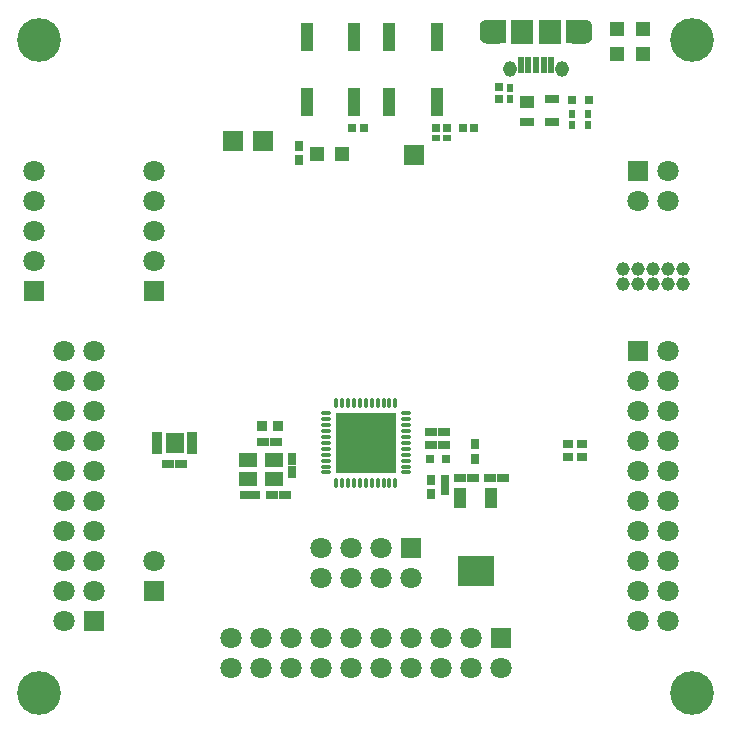
<source format=gts>
G04 Layer_Color=8388736*
%FSLAX43Y43*%
%MOMM*%
G71*
G01*
G75*
%ADD54C,1.800*%
%ADD84R,1.800X0.700*%
%ADD85R,0.850X1.950*%
%ADD86R,0.700X1.800*%
%ADD87R,1.000X0.700*%
%ADD88R,0.700X1.000*%
%ADD89R,1.100X2.350*%
%ADD90R,0.750X0.600*%
%ADD91R,1.550X1.750*%
%ADD92R,0.850X0.450*%
%ADD93R,0.500X1.450*%
%ADD94R,1.100X1.700*%
%ADD95R,3.100X2.600*%
%ADD96O,0.400X0.800*%
%ADD97O,0.800X0.400*%
%ADD98R,5.200X5.200*%
%ADD99R,1.300X1.300*%
%ADD100R,1.200X1.100*%
%ADD101R,1.200X0.700*%
%ADD102R,0.800X0.800*%
%ADD103R,0.650X0.700*%
%ADD104R,0.750X0.900*%
%ADD105R,0.600X0.750*%
%ADD106R,0.862X0.862*%
%ADD107R,0.900X0.750*%
%ADD108R,0.700X0.650*%
%ADD109R,1.300X1.300*%
%ADD110R,1.500X1.250*%
%ADD111R,1.900X2.000*%
%ADD112C,1.150*%
%ADD113R,1.800X1.800*%
%ADD114R,1.800X1.800*%
G04:AMPARAMS|DCode=115|XSize=1.15mm|YSize=1.35mm|CornerRadius=0.575mm|HoleSize=0mm|Usage=FLASHONLY|Rotation=180.000|XOffset=0mm|YOffset=0mm|HoleType=Round|Shape=RoundedRectangle|*
%AMROUNDEDRECTD115*
21,1,1.150,0.200,0,0,180.0*
21,1,0.000,1.350,0,0,180.0*
1,1,1.150,0.000,0.100*
1,1,1.150,0.000,0.100*
1,1,1.150,0.000,-0.100*
1,1,1.150,0.000,-0.100*
%
%ADD115ROUNDEDRECTD115*%
G04:AMPARAMS|DCode=116|XSize=2.2mm|YSize=2mm|CornerRadius=0.544mm|HoleSize=0mm|Usage=FLASHONLY|Rotation=180.000|XOffset=0mm|YOffset=0mm|HoleType=Round|Shape=RoundedRectangle|*
%AMROUNDEDRECTD116*
21,1,2.200,0.912,0,0,180.0*
21,1,1.112,2.000,0,0,180.0*
1,1,1.088,-0.556,0.456*
1,1,1.088,0.556,0.456*
1,1,1.088,0.556,-0.456*
1,1,1.088,-0.556,-0.456*
%
%ADD116ROUNDEDRECTD116*%
%ADD117C,3.700*%
G36*
X-11398Y-675D02*
X-11396Y-675D01*
X-11348Y-679D01*
X-11347Y-679D01*
X-11345Y-679D01*
X-11292Y-686D01*
X-11289Y-687D01*
X-11285Y-688D01*
X-11232Y-703D01*
X-11230Y-703D01*
X-11228Y-704D01*
X-11185Y-720D01*
X-11183Y-721D01*
X-11181Y-722D01*
X-11139Y-742D01*
X-11137Y-743D01*
X-11134Y-745D01*
X-11090Y-773D01*
X-11088Y-774D01*
X-11087Y-775D01*
X-11049Y-804D01*
X-11047Y-805D01*
X-11046Y-806D01*
X-11007Y-840D01*
X-11004Y-843D01*
X-11001Y-846D01*
X-10972Y-882D01*
X-10971Y-883D01*
X-10971Y-884D01*
X-10943Y-921D01*
X-10941Y-923D01*
X-10940Y-926D01*
X-10916Y-967D01*
X-10915Y-969D01*
X-10914Y-970D01*
X-10894Y-1012D01*
X-10893Y-1014D01*
X-10892Y-1016D01*
X-10876Y-1058D01*
X-10875Y-1061D01*
X-10874Y-1064D01*
X-10862Y-1115D01*
X-10862Y-1117D01*
X-10861Y-1119D01*
X-10854Y-1164D01*
X-10854Y-1166D01*
X-10854Y-1168D01*
X-10850Y-1221D01*
X-10850Y-1223D01*
X-10850Y-1225D01*
Y-2125D01*
X-10850Y-2127D01*
X-10850Y-2129D01*
X-10854Y-2184D01*
X-10854Y-2186D01*
X-10855Y-2189D01*
X-10863Y-2234D01*
X-10863Y-2235D01*
X-10863Y-2237D01*
X-10875Y-2287D01*
X-10876Y-2290D01*
X-10877Y-2294D01*
X-10893Y-2334D01*
X-10906Y-2366D01*
X-10908Y-2370D01*
X-10910Y-2373D01*
X-10935Y-2416D01*
X-10936Y-2418D01*
X-10937Y-2420D01*
X-10963Y-2457D01*
X-10964Y-2458D01*
X-10965Y-2460D01*
X-10996Y-2498D01*
X-10999Y-2500D01*
X-11001Y-2503D01*
X-11046Y-2544D01*
X-11048Y-2546D01*
X-11050Y-2547D01*
X-11090Y-2577D01*
X-11092Y-2578D01*
X-11093Y-2579D01*
X-11139Y-2609D01*
X-11142Y-2610D01*
X-11145Y-2612D01*
X-11198Y-2636D01*
X-11201Y-2637D01*
X-11205Y-2638D01*
X-11292Y-2664D01*
X-11297Y-2665D01*
X-11301Y-2666D01*
X-11301Y-2666D01*
X-11301Y-2666D01*
X-11301D01*
X-11395Y-2675D01*
X-11398Y-2675D01*
X-11400Y-2675D01*
X-13000D01*
X-13010Y-2674D01*
X-13019Y-2671D01*
X-13028Y-2667D01*
X-13036Y-2661D01*
X-13042Y-2653D01*
X-13046Y-2644D01*
X-13049Y-2635D01*
X-13050Y-2625D01*
Y-725D01*
X-13049Y-715D01*
X-13046Y-706D01*
X-13042Y-697D01*
X-13036Y-689D01*
X-13028Y-683D01*
X-13019Y-679D01*
X-13010Y-676D01*
X-13000Y-675D01*
X-11400D01*
X-11398Y-675D01*
D02*
G37*
G36*
X-18190Y-676D02*
X-18181Y-679D01*
X-18172Y-683D01*
X-18164Y-689D01*
X-18158Y-697D01*
X-18154Y-706D01*
X-18151Y-715D01*
X-18150Y-725D01*
Y-2625D01*
X-18151Y-2635D01*
X-18154Y-2644D01*
X-18158Y-2653D01*
X-18164Y-2661D01*
X-18172Y-2667D01*
X-18181Y-2671D01*
X-18190Y-2674D01*
X-18200Y-2675D01*
X-19800D01*
X-19802Y-2675D01*
X-19804Y-2675D01*
X-19852Y-2671D01*
X-19853Y-2671D01*
X-19855Y-2671D01*
X-19908Y-2664D01*
X-19911Y-2663D01*
X-19915Y-2662D01*
X-19968Y-2647D01*
X-19970Y-2647D01*
X-19972Y-2646D01*
X-20015Y-2630D01*
X-20017Y-2629D01*
X-20019Y-2628D01*
X-20061Y-2608D01*
X-20063Y-2607D01*
X-20066Y-2605D01*
X-20110Y-2577D01*
X-20112Y-2576D01*
X-20113Y-2575D01*
X-20151Y-2546D01*
X-20153Y-2545D01*
X-20154Y-2544D01*
X-20193Y-2510D01*
X-20196Y-2507D01*
X-20199Y-2504D01*
X-20228Y-2468D01*
X-20229Y-2467D01*
X-20229Y-2466D01*
X-20257Y-2429D01*
X-20259Y-2427D01*
X-20260Y-2424D01*
X-20284Y-2383D01*
X-20285Y-2381D01*
X-20286Y-2380D01*
X-20306Y-2338D01*
X-20307Y-2336D01*
X-20308Y-2334D01*
X-20324Y-2292D01*
X-20325Y-2289D01*
X-20326Y-2286D01*
X-20338Y-2235D01*
X-20338Y-2233D01*
X-20339Y-2231D01*
X-20346Y-2186D01*
X-20346Y-2184D01*
X-20346Y-2182D01*
X-20350Y-2129D01*
X-20350Y-2127D01*
X-20350Y-2125D01*
Y-1225D01*
X-20350Y-1223D01*
X-20350Y-1221D01*
X-20346Y-1166D01*
X-20346Y-1164D01*
X-20345Y-1161D01*
X-20337Y-1116D01*
X-20337Y-1115D01*
X-20337Y-1113D01*
X-20325Y-1063D01*
X-20324Y-1060D01*
X-20323Y-1056D01*
X-20307Y-1016D01*
X-20294Y-984D01*
X-20292Y-980D01*
X-20290Y-977D01*
X-20265Y-934D01*
X-20264Y-932D01*
X-20263Y-930D01*
X-20237Y-893D01*
X-20236Y-892D01*
X-20235Y-890D01*
X-20204Y-852D01*
X-20201Y-850D01*
X-20199Y-847D01*
X-20154Y-806D01*
X-20152Y-804D01*
X-20150Y-803D01*
X-20110Y-773D01*
X-20108Y-772D01*
X-20107Y-771D01*
X-20061Y-742D01*
X-20058Y-740D01*
X-20055Y-738D01*
X-20002Y-714D01*
X-19999Y-713D01*
X-19995Y-712D01*
X-19908Y-686D01*
X-19903Y-685D01*
X-19899Y-684D01*
X-19899Y-684D01*
X-19899Y-684D01*
X-19899D01*
X-19805Y-675D01*
X-19802Y-675D01*
X-19800Y-675D01*
X-18200D01*
X-18190Y-676D01*
D02*
G37*
D54*
X-33810Y-47950D02*
D03*
X-31270D02*
D03*
X-28730D02*
D03*
X-26190D02*
D03*
X-33810Y-45410D02*
D03*
X-31270D02*
D03*
X-28730D02*
D03*
X-58130Y-13490D02*
D03*
Y-16030D02*
D03*
Y-18570D02*
D03*
Y-21110D02*
D03*
X-4430Y-51590D02*
D03*
X-6970Y-41430D02*
D03*
X-4430D02*
D03*
Y-43970D02*
D03*
X-6970D02*
D03*
X-4430Y-46510D02*
D03*
X-6970D02*
D03*
X-4430Y-49050D02*
D03*
X-6970D02*
D03*
Y-51590D02*
D03*
Y-38890D02*
D03*
Y-36350D02*
D03*
X-4430D02*
D03*
X-6970Y-33810D02*
D03*
X-4430D02*
D03*
X-6970Y-31270D02*
D03*
X-4430D02*
D03*
Y-28730D02*
D03*
Y-38890D02*
D03*
X-47970Y-21110D02*
D03*
Y-18570D02*
D03*
Y-16030D02*
D03*
Y-13490D02*
D03*
X-55570Y-41430D02*
D03*
Y-51590D02*
D03*
Y-49050D02*
D03*
X-53030D02*
D03*
X-55570Y-46510D02*
D03*
X-53030D02*
D03*
X-55570Y-43970D02*
D03*
X-53030D02*
D03*
Y-41430D02*
D03*
Y-28730D02*
D03*
Y-31270D02*
D03*
X-55570D02*
D03*
X-53030Y-33810D02*
D03*
X-55570D02*
D03*
X-53030Y-36350D02*
D03*
X-55570D02*
D03*
Y-38890D02*
D03*
X-53030D02*
D03*
X-55570Y-28730D02*
D03*
X-28730Y-55570D02*
D03*
X-18570D02*
D03*
X-21110D02*
D03*
Y-53030D02*
D03*
X-23650Y-55570D02*
D03*
Y-53030D02*
D03*
X-26190Y-55570D02*
D03*
Y-53030D02*
D03*
X-28730D02*
D03*
X-41430D02*
D03*
X-38890D02*
D03*
Y-55570D02*
D03*
X-36350Y-53030D02*
D03*
Y-55570D02*
D03*
X-33810Y-53030D02*
D03*
Y-55570D02*
D03*
X-31270D02*
D03*
Y-53030D02*
D03*
X-41430Y-55570D02*
D03*
X-47950Y-46510D02*
D03*
X-6970Y-16030D02*
D03*
X-4430D02*
D03*
Y-13490D02*
D03*
D84*
X-39775Y-40875D02*
D03*
D85*
X-44750Y-36500D02*
D03*
X-47650D02*
D03*
D86*
X-23325Y-40025D02*
D03*
D87*
X-37950Y-40875D02*
D03*
X-36850D02*
D03*
X-46750Y-38325D02*
D03*
X-45650D02*
D03*
X-24450Y-35600D02*
D03*
X-23350D02*
D03*
X-24450Y-36700D02*
D03*
X-23350D02*
D03*
X-37572Y-36385D02*
D03*
X-38672D02*
D03*
X-20900Y-39500D02*
D03*
X-22000D02*
D03*
X-18375D02*
D03*
X-19475D02*
D03*
D88*
X-36275Y-38925D02*
D03*
Y-37825D02*
D03*
D89*
X-35000Y-7650D02*
D03*
Y-2150D02*
D03*
X-31000D02*
D03*
Y-7650D02*
D03*
X-28000D02*
D03*
Y-2150D02*
D03*
X-24000D02*
D03*
Y-7650D02*
D03*
D90*
X-40250Y-40875D02*
D03*
X-39300D02*
D03*
X-23125Y-10675D02*
D03*
X-24075D02*
D03*
D91*
X-46200Y-36500D02*
D03*
D92*
X-44750Y-37250D02*
D03*
Y-36750D02*
D03*
Y-36250D02*
D03*
Y-35750D02*
D03*
X-47650D02*
D03*
Y-36250D02*
D03*
Y-36750D02*
D03*
Y-37250D02*
D03*
D93*
X-14300Y-4475D02*
D03*
X-14950D02*
D03*
X-15600D02*
D03*
X-16250D02*
D03*
X-16900D02*
D03*
D94*
X-22000Y-41125D02*
D03*
X-19400D02*
D03*
D95*
X-20700Y-47375D02*
D03*
D96*
X-32000Y-33100D02*
D03*
X-31500D02*
D03*
X-31000D02*
D03*
X-30500D02*
D03*
X-30000D02*
D03*
X-29500D02*
D03*
X-29000D02*
D03*
X-28500D02*
D03*
X-28000D02*
D03*
X-27500D02*
D03*
X-32500D02*
D03*
Y-39900D02*
D03*
X-32000D02*
D03*
X-31500D02*
D03*
X-31000D02*
D03*
X-30500D02*
D03*
X-30000D02*
D03*
X-29500D02*
D03*
X-29000D02*
D03*
X-28500D02*
D03*
X-28000D02*
D03*
X-27500D02*
D03*
D97*
X-26600Y-34000D02*
D03*
X-33400D02*
D03*
Y-34500D02*
D03*
Y-35000D02*
D03*
Y-35500D02*
D03*
Y-36000D02*
D03*
Y-36500D02*
D03*
Y-37000D02*
D03*
Y-37500D02*
D03*
Y-38000D02*
D03*
Y-38500D02*
D03*
Y-39000D02*
D03*
X-26600D02*
D03*
Y-38500D02*
D03*
Y-38000D02*
D03*
Y-37500D02*
D03*
Y-37000D02*
D03*
Y-36500D02*
D03*
Y-36000D02*
D03*
Y-35500D02*
D03*
Y-35000D02*
D03*
Y-34500D02*
D03*
D98*
X-30000Y-36500D02*
D03*
D99*
X-8750Y-1450D02*
D03*
Y-3550D02*
D03*
X-6500Y-1450D02*
D03*
Y-3550D02*
D03*
D100*
X-16316Y-7600D02*
D03*
D101*
Y-9300D02*
D03*
X-14216D02*
D03*
Y-7400D02*
D03*
D102*
X-11125Y-7500D02*
D03*
X-12525D02*
D03*
X-23200Y-37850D02*
D03*
X-24600D02*
D03*
D103*
X-18725Y-7400D02*
D03*
Y-6400D02*
D03*
D104*
X-24475Y-40825D02*
D03*
Y-39625D02*
D03*
X-35675Y-11350D02*
D03*
Y-12550D02*
D03*
X-20775Y-36625D02*
D03*
Y-37825D02*
D03*
D105*
X-23325Y-40500D02*
D03*
Y-39550D02*
D03*
X-17825Y-6425D02*
D03*
Y-7375D02*
D03*
X-11225Y-9575D02*
D03*
Y-8625D02*
D03*
X-12525Y-9575D02*
D03*
Y-8625D02*
D03*
D106*
X-37426Y-35075D02*
D03*
X-38824D02*
D03*
D107*
X-12925Y-37725D02*
D03*
X-11725D02*
D03*
X-12925Y-36575D02*
D03*
X-11725D02*
D03*
D108*
X-31150Y-9850D02*
D03*
X-30150D02*
D03*
X-24100Y-9800D02*
D03*
X-23100D02*
D03*
X-20811D02*
D03*
X-21811D02*
D03*
D109*
X-34150Y-12000D02*
D03*
X-32050D02*
D03*
D110*
X-37775Y-39550D02*
D03*
X-39975D02*
D03*
Y-37950D02*
D03*
X-37775D02*
D03*
D111*
X-16750Y-1675D02*
D03*
X-14450D02*
D03*
D112*
X-8240Y-21740D02*
D03*
Y-23010D02*
D03*
X-3160D02*
D03*
X-4430D02*
D03*
X-5700D02*
D03*
X-6970D02*
D03*
Y-21740D02*
D03*
X-5700D02*
D03*
X-4430D02*
D03*
X-3160D02*
D03*
D113*
X-25925Y-12125D02*
D03*
X-58130Y-23650D02*
D03*
X-6970Y-28730D02*
D03*
X-47970Y-23650D02*
D03*
X-53030Y-51590D02*
D03*
X-47950Y-49050D02*
D03*
X-6970Y-13490D02*
D03*
D114*
X-26190Y-45410D02*
D03*
X-38730Y-10950D02*
D03*
X-41270D02*
D03*
X-18570Y-53030D02*
D03*
D115*
X-13375Y-4800D02*
D03*
X-17825D02*
D03*
D116*
X-19250Y-1675D02*
D03*
X-11950D02*
D03*
D117*
X-2350Y-2350D02*
D03*
X-57650D02*
D03*
X-2350Y-57650D02*
D03*
X-57650D02*
D03*
M02*

</source>
